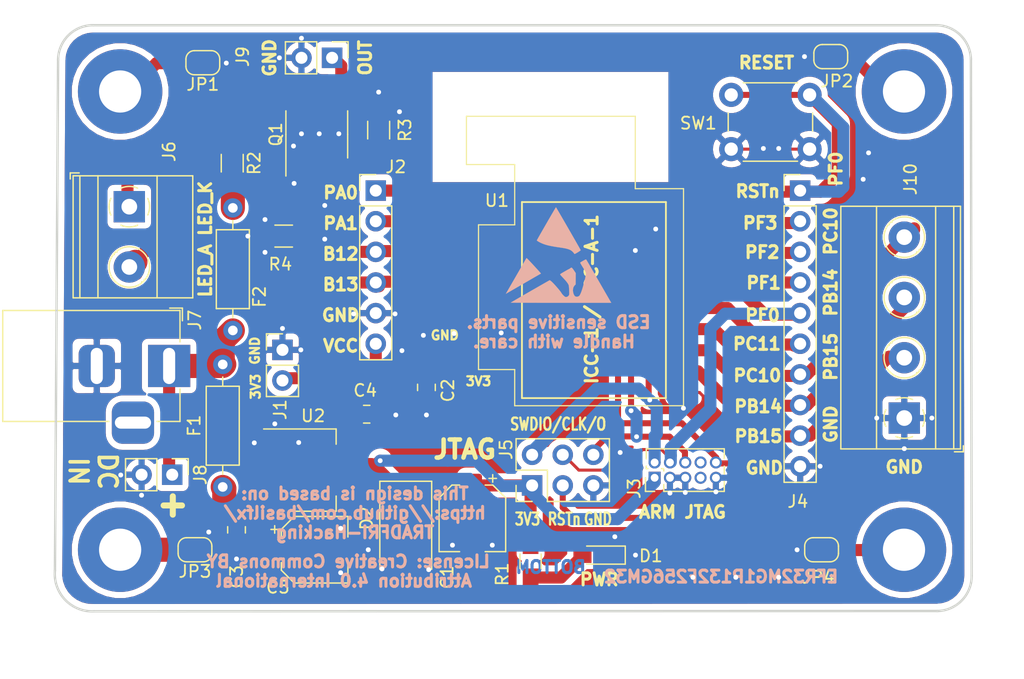
<source format=kicad_pcb>
(kicad_pcb (version 20171130) (host pcbnew 5.1.10-88a1d61d58~88~ubuntu20.10.1)
  (layers (0 F.Cu signal) (31 B.Cu signal) (34 B.Paste user) (35 F.Paste user) (36 B.SilkS user) (37 F.SilkS user) (38 B.Mask user) (39 F.Mask user) (44 Edge.Cuts user))
  (net 0 "")
  (net 1 GND)
  (net 2 +3V3)
  (net 3 "Net-(J2-Pad1)")
  (net 4 "Net-(J2-Pad2)")
  (net 5 "Net-(J2-Pad3)")
  (net 6 "Net-(J2-Pad4)")
  (net 7 /SWDIO)
  (net 8 /SWCLK)
  (net 9 /SWO)
  (net 10 /RESETn)
  (net 11 "Net-(J4-Pad2)")
  (net 12 "Net-(J4-Pad6)")
  (net 13 "Net-(J3-Pad7)")
  (net 14 "Net-(J3-Pad8)")
  (net 15 "Net-(H1-Pad1)")
  (net 16 "Net-(H2-Pad1)")
  (net 17 "Net-(H3-Pad1)")
  (net 18 "Net-(H4-Pad1)")
  (net 19 "Net-(C3-Pad1)")
  (net 20 "Net-(D1-Pad2)")
  (net 21 "Net-(F2-Pad1)")
  (net 22 "Net-(Q1-Pad6)")
  (net 23 "Net-(Q1-Pad3)")
  (net 24 LED_ANODE)
  (net 25 LED_CATHODE)
  (net 26 +12V)
  (net 27 "Net-(J9-Pad1)")
  (net 28 "Net-(J10-Pad2)")
  (net 29 "Net-(J10-Pad3)")
  (net 30 "Net-(J10-Pad4)")
  (module TerminalBlock_Phoenix:TerminalBlock_Phoenix_MKDS-1,5-4_1x04_P5.00mm_Horizontal (layer F.Cu) (at 188.976 121.412 90)
    (fp_text reference J10 (at 19.812 0.508 90) (layer F.SilkS))
    (fp_text value terminal)
    (pad 4 thru_hole circle (at 15 0 90) (size 2.6 2.6) (drill 1.3) (layers *.Cu *.Mask) (net 30 "Net-(J10-Pad4)"))
    (pad 3 thru_hole circle (at 10 0 90) (size 2.6 2.6) (drill 1.3) (layers *.Cu *.Mask) (net 29 "Net-(J10-Pad3)"))
    (pad 2 thru_hole circle (at 5 0 90) (size 2.6 2.6) (drill 1.3) (layers *.Cu *.Mask) (net 28 "Net-(J10-Pad2)"))
    (pad 1 thru_hole rect (at 0 0 90) (size 2.6 2.6) (drill 1.3) (layers *.Cu *.Mask) (net 1 GND))
  )
  (module Jumper:SolderJumper-2_P1.3mm_Open_RoundedPad1.0x1.5mm (layer F.Cu) (at 182.118 132.334)
    (fp_text reference JP4 (at -0.254 2.286) (layer F.SilkS))
    (fp_text value SolderJumper_2_Open)
    (pad 2 smd custom (at 0.65 0) (size 1 0.5) (layers F.Cu F.Mask) (net 18 "Net-(H4-Pad1)") (options (clearance outline) (anchor rect)) (primitives (gr_circle (center 0 0.25) (end 0.5 0.25) (width 0)) (gr_circle (center 0 -0.25) (end 0.5 -0.25) (width 0)) (gr_poly (pts (xy 0 -0.75) (xy -0.5 -0.75) (xy -0.5 0.75) (xy 0 0.75)) (width 0))))
    (pad 1 smd custom (at -0.65 0) (size 1 0.5) (layers F.Cu F.Mask) (net 1 GND) (options (clearance outline) (anchor rect)) (primitives (gr_circle (center 0 0.25) (end 0.5 0.25) (width 0)) (gr_circle (center 0 -0.25) (end 0.5 -0.25) (width 0)) (gr_poly (pts (xy 0 -0.75) (xy 0.5 -0.75) (xy 0.5 0.75) (xy 0 0.75)) (width 0))))
  )
  (module Jumper:SolderJumper-2_P1.3mm_Open_RoundedPad1.0x1.5mm (layer F.Cu) (at 130.16 132.334 180)
    (fp_text reference JP3 (at 0 -1.8) (layer F.SilkS))
    (fp_text value SolderJumper_2_Open)
    (pad 2 smd custom (at 0.65 0 180) (size 1 0.5) (layers F.Cu F.Mask) (net 17 "Net-(H3-Pad1)") (options (clearance outline) (anchor rect)) (primitives (gr_circle (center 0 0.25) (end 0.5 0.25) (width 0)) (gr_circle (center 0 -0.25) (end 0.5 -0.25) (width 0)) (gr_poly (pts (xy 0 -0.75) (xy -0.5 -0.75) (xy -0.5 0.75) (xy 0 0.75)) (width 0))))
    (pad 1 smd custom (at -0.65 0 180) (size 1 0.5) (layers F.Cu F.Mask) (net 1 GND) (options (clearance outline) (anchor rect)) (primitives (gr_circle (center 0 0.25) (end 0.5 0.25) (width 0)) (gr_circle (center 0 -0.25) (end 0.5 -0.25) (width 0)) (gr_poly (pts (xy 0 -0.75) (xy 0.5 -0.75) (xy 0.5 0.75) (xy 0 0.75)) (width 0))))
  )
  (module Jumper:SolderJumper-2_P1.3mm_Open_RoundedPad1.0x1.5mm (layer F.Cu) (at 182.88 91.44)
    (fp_text reference JP2 (at 0.508 2.032) (layer F.SilkS))
    (fp_text value SolderJumper_2_Open)
    (pad 2 smd custom (at 0.65 0) (size 1 0.5) (layers F.Cu F.Mask) (net 16 "Net-(H2-Pad1)") (options (clearance outline) (anchor rect)) (primitives (gr_circle (center 0 0.25) (end 0.5 0.25) (width 0)) (gr_circle (center 0 -0.25) (end 0.5 -0.25) (width 0)) (gr_poly (pts (xy 0 -0.75) (xy -0.5 -0.75) (xy -0.5 0.75) (xy 0 0.75)) (width 0))))
    (pad 1 smd custom (at -0.65 0) (size 1 0.5) (layers F.Cu F.Mask) (net 1 GND) (options (clearance outline) (anchor rect)) (primitives (gr_circle (center 0 0.25) (end 0.5 0.25) (width 0)) (gr_circle (center 0 -0.25) (end 0.5 -0.25) (width 0)) (gr_poly (pts (xy 0 -0.75) (xy 0.5 -0.75) (xy 0.5 0.75) (xy 0 0.75)) (width 0))))
  )
  (module Jumper:SolderJumper-2_P1.3mm_Open_RoundedPad1.0x1.5mm (layer F.Cu) (at 130.81 91.948 180)
    (fp_text reference JP1 (at 0 -1.8) (layer F.SilkS))
    (fp_text value SolderJumper_2_Open)
    (pad 2 smd custom (at 0.65 0 180) (size 1 0.5) (layers F.Cu F.Mask) (net 15 "Net-(H1-Pad1)") (options (clearance outline) (anchor rect)) (primitives (gr_circle (center 0 0.25) (end 0.5 0.25) (width 0)) (gr_circle (center 0 -0.25) (end 0.5 -0.25) (width 0)) (gr_poly (pts (xy 0 -0.75) (xy -0.5 -0.75) (xy -0.5 0.75) (xy 0 0.75)) (width 0))))
    (pad 1 smd custom (at -0.65 0 180) (size 1 0.5) (layers F.Cu F.Mask) (net 1 GND) (options (clearance outline) (anchor rect)) (primitives (gr_circle (center 0 0.25) (end 0.5 0.25) (width 0)) (gr_circle (center 0 -0.25) (end 0.5 -0.25) (width 0)) (gr_poly (pts (xy 0 -0.75) (xy 0.5 -0.75) (xy 0.5 0.75) (xy 0 0.75)) (width 0))))
  )
  (module Connector_PinHeader_2.54mm:PinHeader_1x02_P2.54mm_Vertical (layer F.Cu) (at 141.5288 91.5416 270)
    (fp_text reference J9 (at -0.1016 7.4168 90) (layer F.SilkS))
    (fp_text value DNP)
    (pad 2 thru_hole oval (at 0 2.54 270) (size 1.7 1.7) (drill 1) (layers *.Cu *.Mask) (net 1 GND))
    (pad 1 thru_hole rect (at 0 0 270) (size 1.7 1.7) (drill 1) (layers *.Cu *.Mask) (net 27 "Net-(J9-Pad1)"))
  )
  (module Resistor_SMD:R_1206_3216Metric_Pad1.30x1.75mm_HandSolder (layer F.Cu) (at 133.2484 100.2792 270)
    (fp_text reference R2 (at 0 -1.82 90) (layer F.SilkS))
    (fp_text value 330)
    (pad 2 smd roundrect (at 1.55 0 270) (size 1.3 1.75) (layers F.Cu F.Paste F.Mask) (roundrect_rratio 0.1923076923076923) (net 21 "Net-(F2-Pad1)"))
    (pad 1 smd roundrect (at -1.55 0 270) (size 1.3 1.75) (layers F.Cu F.Paste F.Mask) (roundrect_rratio 0.1923076923076923) (net 24 LED_ANODE))
  )
  (module Connector_PinHeader_2.54mm:PinHeader_1x02_P2.54mm_Vertical (layer F.Cu) (at 128.27 126.111 270)
    (fp_text reference J8 (at 0 -2.33 90) (layer F.SilkS))
    (fp_text value Power)
    (pad 2 thru_hole oval (at 0 2.54 270) (size 1.7 1.7) (drill 1) (layers *.Cu *.Mask) (net 1 GND))
    (pad 1 thru_hole rect (at 0 0 270) (size 1.7 1.7) (drill 1) (layers *.Cu *.Mask) (net 26 +12V))
  )
  (module Package_SO:SO-8_3.9x4.9mm_P1.27mm (layer F.Cu) (at 140.2588 97.8916 90)
    (fp_text reference Q1 (at 0 -3.4 90) (layer F.SilkS))
    (fp_text value IRF7101)
    (pad 8 smd roundrect (at 2.575 -1.905 90) (size 1.75 0.6) (layers F.Cu F.Paste F.Mask) (net 25 LED_CATHODE))
    (pad 7 smd roundrect (at 2.575 -0.635 90) (size 1.75 0.6) (layers F.Cu F.Paste F.Mask) (net 25 LED_CATHODE))
    (pad 6 smd roundrect (at 2.575 0.635 90) (size 1.75 0.6) (layers F.Cu F.Paste F.Mask) (net 22 "Net-(Q1-Pad6)"))
    (pad 5 smd roundrect (at 2.575 1.905 90) (size 1.75 0.6) (layers F.Cu F.Paste F.Mask) (net 27 "Net-(J9-Pad1)"))
    (pad 4 smd roundrect (at -2.575 1.905 90) (size 1.75 0.6) (layers F.Cu F.Paste F.Mask) (net 5 "Net-(J2-Pad3)"))
    (pad 3 smd roundrect (at -2.575 0.635 90) (size 1.75 0.6) (layers F.Cu F.Paste F.Mask) (net 23 "Net-(Q1-Pad3)"))
    (pad 2 smd roundrect (at -2.575 -0.635 90) (size 1.75 0.6) (layers F.Cu F.Paste F.Mask) (net 6 "Net-(J2-Pad4)"))
    (pad 1 smd roundrect (at -2.575 -1.905 90) (size 1.75 0.6) (layers F.Cu F.Paste F.Mask) (net 1 GND))
  )
  (module Resistor_SMD:R_1206_3216Metric_Pad1.30x1.75mm_HandSolder (layer F.Cu) (at 145.3896 97.536 90)
    (fp_text reference R3 (at 0 2.1844 90) (layer F.SilkS))
    (fp_text value 10k)
    (pad 2 smd roundrect (at 1.55 0 90) (size 1.3 1.75) (layers F.Cu F.Paste F.Mask) (roundrect_rratio 0.1923076923076923) (net 1 GND))
    (pad 1 smd roundrect (at -1.55 0 90) (size 1.3 1.75) (layers F.Cu F.Paste F.Mask) (roundrect_rratio 0.1923076923076923) (net 5 "Net-(J2-Pad3)"))
  )
  (module Resistor_SMD:R_1206_3216Metric_Pad1.30x1.75mm_HandSolder (layer F.Cu) (at 137.5156 106.3244)
    (fp_text reference R4 (at -0.2794 2.3368) (layer F.SilkS))
    (fp_text value 10k)
    (pad 2 smd roundrect (at 1.55 0) (size 1.3 1.75) (layers F.Cu F.Paste F.Mask) (roundrect_rratio 0.1923076923076923) (net 6 "Net-(J2-Pad4)"))
    (pad 1 smd roundrect (at -1.55 0) (size 1.3 1.75) (layers F.Cu F.Paste F.Mask) (roundrect_rratio 0.1923076923076923) (net 1 GND))
  )
  (module Resistor_THT:R_Axial_DIN0207_L6.3mm_D2.5mm_P10.16mm_Horizontal (layer F.Cu) (at 133.2992 103.9876 270)
    (fp_text reference F2 (at 7.366 -2.2098 90) (layer F.SilkS))
    (fp_text value Polyfuse_Small)
    (pad 2 thru_hole oval (at 10.16 0 270) (size 1.6 1.6) (drill 0.8) (layers *.Cu *.Mask) (net 26 +12V))
    (pad 1 thru_hole circle (at 0 0 270) (size 1.6 1.6) (drill 0.8) (layers *.Cu *.Mask) (net 21 "Net-(F2-Pad1)"))
  )
  (module Diode_SMD:D_SMB_Handsoldering (layer F.Cu) (at 147.6375 131.2545 270)
    (fp_text reference D2 (at -1.524 3.2385 90) (layer F.SilkS))
    (fp_text value 1.5KExxA)
    (pad 2 smd rect (at 2.7 0 270) (size 3.5 2.3) (layers F.Cu F.Paste F.Mask) (net 1 GND))
    (pad 1 smd rect (at -2.7 0 270) (size 3.5 2.3) (layers F.Cu F.Paste F.Mask) (net 2 +3V3))
  )
  (module Resistor_THT:R_Axial_DIN0207_L6.3mm_D2.5mm_P10.16mm_Horizontal (layer F.Cu) (at 132.461 127.127 90)
    (fp_text reference F1 (at 5.08 -2.37 90) (layer F.SilkS))
    (fp_text value Polyfuse_Small)
    (pad 2 thru_hole oval (at 10.16 0 90) (size 1.6 1.6) (drill 0.8) (layers *.Cu *.Mask) (net 26 +12V))
    (pad 1 thru_hole circle (at 0 0 90) (size 1.6 1.6) (drill 0.8) (layers *.Cu *.Mask) (net 19 "Net-(C3-Pad1)"))
  )
  (module Symbol:ESD-Logo_8.9x8mm_SilkScreen (layer B.Cu) (at 160.2994 107.8738 180)
    (fp_text reference REF** hide)
    (fp_text value ESD-Logo_8.9x8mm_SilkScreen hide)
  )
  (module Capacitor_SMD:CP_Elec_5x5.4 (layer F.Cu) (at 140.081 132.334)
    (fp_text reference C5 (at -3.048 3.1115) (layer F.SilkS))
    (fp_text value 100u)
    (pad 2 smd roundrect (at 2.2 0) (size 3 1.6) (layers F.Cu F.Paste F.Mask) (roundrect_rratio 0.15625) (net 1 GND))
    (pad 1 smd roundrect (at -2.2 0) (size 3 1.6) (layers F.Cu F.Paste F.Mask) (roundrect_rratio 0.15625) (net 19 "Net-(C3-Pad1)"))
  )
  (module Connector_BarrelJack:BarrelJack_Horizontal (layer F.Cu) (at 128.016 117.094)
    (fp_text reference J7 (at 2.12852 -3.80492 270) (layer F.SilkS))
    (fp_text value Jack-DC)
    (pad 3 thru_hole roundrect (at -3 4.7) (size 3.5 3.5) (drill oval 3 1) (layers *.Cu *.Mask))
    (pad 2 thru_hole roundrect (at -6 0) (size 3 3.5) (drill oval 1 3) (layers *.Cu *.Mask) (net 1 GND))
    (pad 1 thru_hole rect (at 0 0) (size 3.5 3.5) (drill oval 1 3) (layers *.Cu *.Mask) (net 26 +12V))
  )
  (module TerminalBlock_Phoenix:TerminalBlock_Phoenix_MKDS-1,5-2_1x02_P5.00mm_Horizontal (layer F.Cu) (at 124.714 103.886 270)
    (fp_text reference J6 (at -4.572 -3.302 90) (layer F.SilkS))
    (fp_text value Screw_Terminal_01x02)
    (pad 2 thru_hole circle (at 5 0 270) (size 2.6 2.6) (drill 1.3) (layers *.Cu *.Mask) (net 24 LED_ANODE))
    (pad 1 thru_hole rect (at 0 0 270) (size 2.6 2.6) (drill 1.3) (layers *.Cu *.Mask) (net 25 LED_CATHODE))
  )
  (module Package_TO_SOT_SMD:SOT-223-3_TabPin2 (layer F.Cu) (at 139.954 125.73)
    (fp_text reference U2 (at 0 -4.5) (layer F.SilkS))
    (fp_text value AMS1117-3.3)
    (pad 1 smd rect (at -3.15 -2.3) (size 2 1.5) (layers F.Cu F.Paste F.Mask) (net 1 GND))
    (pad 3 smd rect (at -3.15 2.3) (size 2 1.5) (layers F.Cu F.Paste F.Mask) (net 19 "Net-(C3-Pad1)"))
    (pad 2 smd rect (at -3.15 0) (size 2 1.5) (layers F.Cu F.Paste F.Mask) (net 2 +3V3))
    (pad 2 smd rect (at 3.15 0) (size 2 3.8) (layers F.Cu F.Paste F.Mask) (net 2 +3V3))
  )
  (module Capacitor_SMD:C_0805_2012Metric_Pad1.18x1.45mm_HandSolder (layer F.Cu) (at 144.399 121.0945)
    (fp_text reference C4 (at -0.127 -1.9685) (layer F.SilkS))
    (fp_text value 100n)
    (pad 2 smd roundrect (at 1.0375 0) (size 1.175 1.45) (layers F.Cu F.Paste F.Mask) (roundrect_rratio 0.2127659574468085) (net 1 GND))
    (pad 1 smd roundrect (at -1.0375 0) (size 1.175 1.45) (layers F.Cu F.Paste F.Mask) (roundrect_rratio 0.2127659574468085) (net 2 +3V3))
  )
  (module Capacitor_SMD:C_0805_2012Metric_Pad1.18x1.45mm_HandSolder (layer F.Cu) (at 133.604 130.683 270)
    (fp_text reference C3 (at 3.90144 -0.01016 90) (layer F.SilkS))
    (fp_text value 100n)
    (pad 2 smd roundrect (at 1.0375 0 270) (size 1.175 1.45) (layers F.Cu F.Paste F.Mask) (roundrect_rratio 0.2127659574468085) (net 1 GND))
    (pad 1 smd roundrect (at -1.0375 0 270) (size 1.175 1.45) (layers F.Cu F.Paste F.Mask) (roundrect_rratio 0.2127659574468085) (net 19 "Net-(C3-Pad1)"))
  )
  (module MountingHole:MountingHole_3.5mm_Pad_TopBottom (layer F.Cu) (at 188.952 132.334)
    (fp_text reference H4 hide)
    (fp_text value MountingHole_Pad)
    (pad 1 connect circle (at 0 0) (size 7 7) (layers B.Cu B.Mask) (net 18 "Net-(H4-Pad1)"))
    (pad 1 connect circle (at 0 0) (size 7 7) (layers F.Cu F.Mask) (net 18 "Net-(H4-Pad1)"))
    (pad 1 thru_hole circle (at 0 0) (size 3.9 3.9) (drill 3.5) (layers *.Cu *.Mask) (net 18 "Net-(H4-Pad1)"))
  )
  (module MountingHole:MountingHole_3.5mm_Pad_TopBottom (layer F.Cu) (at 123.952 132.334)
    (fp_text reference H3 hide)
    (fp_text value MountingHole_Pad)
    (pad 1 connect circle (at 0 0) (size 7 7) (layers B.Cu B.Mask) (net 17 "Net-(H3-Pad1)"))
    (pad 1 connect circle (at 0 0) (size 7 7) (layers F.Cu F.Mask) (net 17 "Net-(H3-Pad1)"))
    (pad 1 thru_hole circle (at 0 0) (size 3.9 3.9) (drill 3.5) (layers *.Cu *.Mask) (net 17 "Net-(H3-Pad1)"))
  )
  (module MountingHole:MountingHole_3.5mm_Pad_TopBottom (layer F.Cu) (at 188.952 94.334)
    (fp_text reference H2 hide)
    (fp_text value MountingHole_Pad)
    (pad 1 connect circle (at 0 0) (size 7 7) (layers B.Cu B.Mask) (net 16 "Net-(H2-Pad1)"))
    (pad 1 connect circle (at 0 0) (size 7 7) (layers F.Cu F.Mask) (net 16 "Net-(H2-Pad1)"))
    (pad 1 thru_hole circle (at 0 0) (size 3.9 3.9) (drill 3.5) (layers *.Cu *.Mask) (net 16 "Net-(H2-Pad1)"))
  )
  (module MountingHole:MountingHole_3.5mm_Pad_TopBottom (layer F.Cu) (at 123.952 94.334)
    (fp_text reference H1 hide)
    (fp_text value MountingHole_Pad)
    (pad 1 connect circle (at 0 0) (size 7 7) (layers B.Cu B.Mask) (net 15 "Net-(H1-Pad1)"))
    (pad 1 connect circle (at 0 0) (size 7 7) (layers F.Cu F.Mask) (net 15 "Net-(H1-Pad1)"))
    (pad 1 thru_hole circle (at 0 0) (size 3.9 3.9) (drill 3.5) (layers *.Cu *.Mask) (net 15 "Net-(H1-Pad1)"))
  )
  (module Capacitor_SMD:C_0805_2012Metric_Pad1.18x1.45mm_HandSolder (layer F.Cu) (at 149.352 118.872 270)
    (fp_text reference C2 (at 0.254 -1.778 90) (layer F.SilkS))
    (fp_text value C)
    (pad 2 smd roundrect (at 1.0375 0 270) (size 1.175 1.45) (layers F.Cu F.Paste F.Mask) (roundrect_rratio 0.2127659574468085) (net 1 GND))
    (pad 1 smd roundrect (at -1.0375 0 270) (size 1.175 1.45) (layers F.Cu F.Paste F.Mask) (roundrect_rratio 0.2127659574468085) (net 2 +3V3))
  )
  (module Capacitor_SMD:CP_Elec_5x5.4 (layer F.Cu) (at 153.162 129.7305 270)
    (fp_text reference C1 (at 4.8895 2.0955 90) (layer F.SilkS))
    (fp_text value CP)
    (pad 2 smd roundrect (at 2.2 0 270) (size 3 1.6) (layers F.Cu F.Paste F.Mask) (roundrect_rratio 0.15625) (net 1 GND))
    (pad 1 smd roundrect (at -2.2 0 270) (size 3 1.6) (layers F.Cu F.Paste F.Mask) (roundrect_rratio 0.15625) (net 2 +3V3))
  )
  (module LEDs:LED_0805_HandSoldering (layer F.Cu) (at 163.6395 132.7785 180)
    (fp_text reference D1 (at -4.318 -0.0635) (layer F.SilkS))
    (fp_text value LED)
    (pad 1 smd rect (at -1.35 0 180) (size 1.5 1.3) (layers F.Cu F.Paste F.Mask) (net 1 GND))
    (pad 2 smd rect (at 1.35 0 180) (size 1.5 1.3) (layers F.Cu F.Paste F.Mask) (net 20 "Net-(D1-Pad2)"))
  )
  (module Pin_Headers:Pin_Header_Straight_1x02_Pitch2.54mm (layer F.Cu) (at 137.414 115.7605)
    (fp_text reference J1 (at -0.1905 4.953 90) (layer F.SilkS))
    (fp_text value Power)
    (pad 1 thru_hole rect (at 0 0) (size 1.7 1.7) (drill 1) (layers *.Cu *.Mask) (net 1 GND))
    (pad 2 thru_hole oval (at 0 2.54) (size 1.7 1.7) (drill 1) (layers *.Cu *.Mask) (net 2 +3V3))
  )
  (module Pin_Headers:Pin_Header_Straight_1x06_Pitch2.54mm (layer F.Cu) (at 145.1495 102.5525)
    (fp_text reference J2 (at 1.6625 -1.9685) (layer F.SilkS))
    (fp_text value Left)
    (pad 1 thru_hole rect (at 0 0) (size 1.7 1.7) (drill 1) (layers *.Cu *.Mask) (net 3 "Net-(J2-Pad1)"))
    (pad 2 thru_hole oval (at 0 2.54) (size 1.7 1.7) (drill 1) (layers *.Cu *.Mask) (net 4 "Net-(J2-Pad2)"))
    (pad 3 thru_hole oval (at 0 5.08) (size 1.7 1.7) (drill 1) (layers *.Cu *.Mask) (net 5 "Net-(J2-Pad3)"))
    (pad 4 thru_hole oval (at 0 7.62) (size 1.7 1.7) (drill 1) (layers *.Cu *.Mask) (net 6 "Net-(J2-Pad4)"))
    (pad 5 thru_hole oval (at 0 10.16) (size 1.7 1.7) (drill 1) (layers *.Cu *.Mask) (net 1 GND))
    (pad 6 thru_hole oval (at 0 12.7) (size 1.7 1.7) (drill 1) (layers *.Cu *.Mask) (net 2 +3V3))
  )
  (module Pin_Headers:Pin_Header_Straight_1x10_Pitch2.54mm (layer F.Cu) (at 180.34 102.5525)
    (fp_text reference J4 (at -0.1905 25.781) (layer F.SilkS))
    (fp_text value Right)
    (pad 1 thru_hole rect (at 0 0) (size 1.7 1.7) (drill 1) (layers *.Cu *.Mask) (net 10 /RESETn))
    (pad 2 thru_hole oval (at 0 2.54) (size 1.7 1.7) (drill 1) (layers *.Cu *.Mask) (net 11 "Net-(J4-Pad2)"))
    (pad 3 thru_hole oval (at 0 5.08) (size 1.7 1.7) (drill 1) (layers *.Cu *.Mask) (net 9 /SWO))
    (pad 4 thru_hole oval (at 0 7.62) (size 1.7 1.7) (drill 1) (layers *.Cu *.Mask) (net 7 /SWDIO))
    (pad 5 thru_hole oval (at 0 10.16) (size 1.7 1.7) (drill 1) (layers *.Cu *.Mask) (net 8 /SWCLK))
    (pad 6 thru_hole oval (at 0 12.7) (size 1.7 1.7) (drill 1) (layers *.Cu *.Mask) (net 12 "Net-(J4-Pad6)"))
    (pad 7 thru_hole oval (at 0 15.24) (size 1.7 1.7) (drill 1) (layers *.Cu *.Mask) (net 30 "Net-(J10-Pad4)"))
    (pad 8 thru_hole oval (at 0 17.78) (size 1.7 1.7) (drill 1) (layers *.Cu *.Mask) (net 29 "Net-(J10-Pad3)"))
    (pad 9 thru_hole oval (at 0 20.32) (size 1.7 1.7) (drill 1) (layers *.Cu *.Mask) (net 28 "Net-(J10-Pad2)"))
    (pad 10 thru_hole oval (at 0 22.86) (size 1.7 1.7) (drill 1) (layers *.Cu *.Mask) (net 1 GND))
  )
  (module Resistors_SMD:R_0805_HandSoldering (layer F.Cu) (at 157.988 133.2865 90)
    (fp_text reference R1 (at -1.0795 -2.3495 90) (layer F.SilkS))
    (fp_text value R)
    (pad 1 smd rect (at -1.35 0 90) (size 1.5 1.3) (layers F.Cu F.Paste F.Mask) (net 20 "Net-(D1-Pad2)"))
    (pad 2 smd rect (at 1.35 0 90) (size 1.5 1.3) (layers F.Cu F.Paste F.Mask) (net 2 +3V3))
  )
  (module Buttons_Switches_THT:SW_PUSH_6mm (layer F.Cu) (at 174.625 94.615)
    (fp_text reference SW1 (at -2.7305 2.3495) (layer F.SilkS))
    (fp_text value RESET)
    (pad 2 thru_hole circle (at 0 4.5 90) (size 2 2) (drill 1.1) (layers *.Cu *.Mask) (net 1 GND))
    (pad 1 thru_hole circle (at 0 0 90) (size 2 2) (drill 1.1) (layers *.Cu *.Mask) (net 10 /RESETn))
    (pad 2 thru_hole circle (at 6.5 4.5 90) (size 2 2) (drill 1.1) (layers *.Cu *.Mask) (net 1 GND))
    (pad 1 thru_hole circle (at 6.5 0 90) (size 2 2) (drill 1.1) (layers *.Cu *.Mask) (net 10 /RESETn))
  )
  (module Pin_Headers:Pin_Header_Straight_2x05_Pitch1.27mm (layer F.Cu) (at 168.275 126.365 90)
    (fp_text reference J3 (at -0.889 -1.695 90) (layer F.SilkS))
    (fp_text value ARM-JTAG)
    (pad 1 thru_hole rect (at 0 0 90) (size 1 1) (drill 0.65) (layers *.Cu *.Mask) (net 2 +3V3))
    (pad 2 thru_hole oval (at 1.27 0 90) (size 1 1) (drill 0.65) (layers *.Cu *.Mask) (net 7 /SWDIO))
    (pad 3 thru_hole oval (at 0 1.27 90) (size 1 1) (drill 0.65) (layers *.Cu *.Mask) (net 1 GND))
    (pad 4 thru_hole oval (at 1.27 1.27 90) (size 1 1) (drill 0.65) (layers *.Cu *.Mask) (net 8 /SWCLK))
    (pad 5 thru_hole oval (at 0 2.54 90) (size 1 1) (drill 0.65) (layers *.Cu *.Mask) (net 1 GND))
    (pad 6 thru_hole oval (at 1.27 2.54 90) (size 1 1) (drill 0.65) (layers *.Cu *.Mask) (net 9 /SWO))
    (pad 7 thru_hole oval (at 0 3.81 90) (size 1 1) (drill 0.65) (layers *.Cu *.Mask) (net 13 "Net-(J3-Pad7)"))
    (pad 8 thru_hole oval (at 1.27 3.81 90) (size 1 1) (drill 0.65) (layers *.Cu *.Mask) (net 14 "Net-(J3-Pad8)"))
    (pad 9 thru_hole oval (at 0 5.08 90) (size 1 1) (drill 0.65) (layers *.Cu *.Mask) (net 1 GND))
    (pad 10 thru_hole oval (at 1.27 5.08 90) (size 1 1) (drill 0.65) (layers *.Cu *.Mask) (net 10 /RESETn))
  )
  (module Pin_Headers:Pin_Header_Straight_2x03_Pitch2.54mm (layer F.Cu) (at 158.115 127 90)
    (fp_text reference J5 (at 2.9845 -2.159 90) (layer F.SilkS))
    (fp_text value JTAG)
    (pad 1 thru_hole rect (at 0 0 90) (size 1.7 1.7) (drill 1) (layers *.Cu *.Mask) (net 2 +3V3))
    (pad 2 thru_hole oval (at 2.54 0 90) (size 1.7 1.7) (drill 1) (layers *.Cu *.Mask) (net 7 /SWDIO))
    (pad 3 thru_hole oval (at 0 2.54 90) (size 1.7 1.7) (drill 1) (layers *.Cu *.Mask) (net 10 /RESETn))
    (pad 4 thru_hole oval (at 2.54 2.54 90) (size 1.7 1.7) (drill 1) (layers *.Cu *.Mask) (net 8 /SWCLK))
    (pad 5 thru_hole oval (at 0 5.08 90) (size 1.7 1.7) (drill 1) (layers *.Cu *.Mask) (net 1 GND))
    (pad 6 thru_hole oval (at 2.54 5.08 90) (size 1.7 1.7) (drill 1) (layers *.Cu *.Mask) (net 9 /SWO))
  )
  (module IKEA:TRADFRI_PCB2.0 (layer F.Cu) (at 166.67 96.391)
    (fp_text reference U1 (at -11.476 6.987) (layer F.SilkS))
    (fp_text value TRADFRI)
    (pad 1 smd rect (at -13 10) (size 2 1) (layers F.Cu F.Paste F.Mask) (net 3 "Net-(J2-Pad1)"))
    (pad 2 smd rect (at -13 11.95) (size 2 1) (layers F.Cu F.Paste F.Mask) (net 4 "Net-(J2-Pad2)"))
    (pad 3 smd rect (at -13 13.95) (size 2 1) (layers F.Cu F.Paste F.Mask) (net 5 "Net-(J2-Pad3)"))
    (pad 4 smd rect (at -13 16.004) (size 2 1) (layers F.Cu F.Paste F.Mask) (net 6 "Net-(J2-Pad4)"))
    (pad 5 smd rect (at -13 18) (size 2 1) (layers F.Cu F.Paste F.Mask) (net 1 GND))
    (pad 6 smd rect (at -13 20) (size 2 1) (layers F.Cu F.Paste F.Mask) (net 2 +3V3))
    (pad 7 smd rect (at 4 22.9) (size 2 1) (layers F.Cu F.Paste F.Mask) (net 1 GND))
    (pad 8 smd rect (at 4 21.15) (size 2 1) (layers F.Cu F.Paste F.Mask) (net 28 "Net-(J10-Pad2)"))
    (pad 9 smd rect (at 4 19.4) (size 2 1) (layers F.Cu F.Paste F.Mask) (net 29 "Net-(J10-Pad3)"))
    (pad 10 smd rect (at 4 17.65) (size 2 1) (layers F.Cu F.Paste F.Mask) (net 30 "Net-(J10-Pad4)"))
    (pad 11 smd rect (at 4 15.9) (size 2 1) (layers F.Cu F.Paste F.Mask) (net 12 "Net-(J4-Pad6)"))
    (pad 12 smd rect (at 4 14.1) (size 2 1) (layers F.Cu F.Paste F.Mask) (net 8 /SWCLK))
    (pad 13 smd rect (at 4 12.35) (size 2 1) (layers F.Cu F.Paste F.Mask) (net 7 /SWDIO))
    (pad 14 smd rect (at 4 10.6) (size 2 1) (layers F.Cu F.Paste F.Mask) (net 9 /SWO))
    (pad 15 smd rect (at 4 8.85) (size 2 1) (layers F.Cu F.Paste F.Mask) (net 11 "Net-(J4-Pad2)"))
    (pad 16 smd rect (at 4 7.1) (size 2 1) (layers F.Cu F.Paste F.Mask) (net 10 /RESETn))
  )
  (gr_text GND (at 188.976 125.476) (layer F.SilkS) (effects (font (size 1 1) (thickness 0.25))))
  (gr_text "ESD sensitive parts. \nHandle with care." (at 159.9311 114.2746) (layer B.SilkS) (effects (font (size 1 1) (thickness 0.25)) (justify mirror)))
  (gr_text "LIcense: Creative Commons BY \nAttribution 4.0 International" (at 142.494 134.112) (layer B.SilkS) (effects (font (size 1 1) (thickness 0.25)) (justify mirror)))
  (gr_text GND (at 150.876 114.554) (layer F.SilkS) (effects (font (size 0.75 0.75) (thickness 0.1875))))
  (gr_text 3V3 (at 153.67 118.364) (layer F.SilkS) (effects (font (size 0.75 0.75) (thickness 0.1875))))
  (gr_text GND (at 135.128 115.824 90) (layer F.SilkS) (effects (font (size 0.75 0.75) (thickness 0.1875))))
  (gr_text TOP (at 172.83176 91.46032) (layer F.Cu) (effects (font (size 1 1) (thickness 0.25))))
  (gr_text BOTTOM (at 159.65932 133.77672) (layer B.Cu) (effects (font (size 1 1) (thickness 0.25)) (justify mirror)))
  (gr_text PF0 (at 183.30164 100.75672 90) (layer F.SilkS) (effects (font (size 1 1) (thickness 0.25))))
  (gr_text PC10 (at 182.88 105.918 90) (layer F.SilkS) (effects (font (size 1 1) (thickness 0.25))))
  (gr_text PB14 (at 182.88 110.998 90) (layer F.SilkS) (effects (font (size 1 1) (thickness 0.25))))
  (gr_text PB15 (at 182.88 116.332 90) (layer F.SilkS) (effects (font (size 1 1) (thickness 0.25))))
  (gr_text GND (at 182.88 121.92 90) (layer F.SilkS) (effects (font (size 1 1) (thickness 0.25))))
  (gr_text "DC\nIN" (at 121.6914 125.82652 -90) (layer F.SilkS) (effects (font (size 1.5 1.5) (thickness 0.3))))
  (gr_text EFR32MG1P132F256GM32 (at 173.7741 134.5692) (layer B.SilkS) (effects (font (size 1 1) (thickness 0.25)) (justify mirror)))
  (gr_text "ICC-1 / ICC-A-1" (at 163.0553 111.5568 90) (layer F.SilkS) (effects (font (size 1 1) (thickness 0.25))))
  (gr_text OUT (at 144.272 91.5416 90) (layer F.SilkS) (effects (font (size 1 1) (thickness 0.25))))
  (gr_text GND (at 136.3472 91.5416 90) (layer F.SilkS) (effects (font (size 1 1) (thickness 0.25))))
  (gr_text "LED_A LED_K" (at 131.0132 106.5784 90) (layer F.SilkS) (effects (font (size 1 1) (thickness 0.25))))
  (gr_text + (at 128.3208 128.524) (layer F.SilkS) (effects (font (size 2 2) (thickness 0.5))))
  (gr_text 3V3 (at 135.1915 118.8085 90) (layer F.SilkS) (effects (font (size 0.75 0.75) (thickness 0.1875))))
  (gr_text PWR (at 163.6776 134.7978) (layer F.SilkS) (effects (font (size 1 1) (thickness 0.25))))
  (gr_text GND (at 177.37328 125.54712) (layer F.SilkS) (effects (font (size 1 1) (thickness 0.25))))
  (gr_text PB15 (at 176.8856 122.92584) (layer F.SilkS) (effects (font (size 1 1) (thickness 0.25))))
  (gr_text PB14 (at 176.86528 120.45188) (layer F.SilkS) (effects (font (size 1 1) (thickness 0.25))))
  (gr_text PC10 (at 176.79416 117.89156) (layer F.SilkS) (effects (font (size 1 1) (thickness 0.25))))
  (gr_text PC11 (at 176.7586 115.2652) (layer F.SilkS) (effects (font (size 1 1) (thickness 0.25))))
  (gr_text PF0 (at 177.22596 112.89792) (layer F.SilkS) (effects (font (size 1 1) (thickness 0.25))))
  (gr_text PF1 (at 177.3174 110.2106) (layer F.SilkS) (effects (font (size 1 1) (thickness 0.25))))
  (gr_text PF2 (at 177.19548 107.66552) (layer F.SilkS) (effects (font (size 1 1) (thickness 0.25))))
  (gr_text PF3 (at 177.03292 105.24744) (layer F.SilkS) (effects (font (size 1 1) (thickness 0.25))))
  (gr_text RSTn (at 176.82464 102.61092) (layer F.SilkS) (effects (font (size 1 1) (thickness 0.25))))
  (gr_text PA0 (at 142.24254 102.7303) (layer F.SilkS) (effects (font (size 1 1) (thickness 0.25))))
  (gr_text PA1 (at 142.24254 105.2703) (layer F.SilkS) (effects (font (size 1 1) (thickness 0.25))))
  (gr_text B12 (at 142.24254 107.8103) (layer F.SilkS) (effects (font (size 1 1) (thickness 0.25))))
  (gr_text B13 (at 142.24254 110.3503) (layer F.SilkS) (effects (font (size 1 1) (thickness 0.25))))
  (gr_text GND (at 142.24254 112.8903) (layer F.SilkS) (effects (font (size 1 1) (thickness 0.25))))
  (gr_text VCC (at 142.24254 115.4303) (layer F.SilkS) (effects (font (size 1 1) (thickness 0.25))))
  (gr_text RESET (at 177.546 91.948) (layer F.SilkS) (effects (font (size 1 1) (thickness 0.25))))
  (gr_text GND (at 163.576 129.794) (layer F.SilkS) (effects (font (size 1 0.75) (thickness 0.1875))))
  (gr_text RSTn (at 160.782 129.794) (layer F.SilkS) (effects (font (size 1 0.75) (thickness 0.1875))))
  (gr_text 3V3 (at 157.734 129.794) (layer F.SilkS) (effects (font (size 1 0.75) (thickness 0.1875))))
  (gr_text SWDIO/CLK/O (at 160.274 121.92) (layer F.SilkS) (effects (font (size 1 0.75) (thickness 0.1875))))
  (gr_text JTAG (at 152.527 124.0155) (layer F.SilkS) (effects (font (size 1.5 1.5) (thickness 0.375))))
  (gr_text "ARM JTAG" (at 170.5864 129.2098) (layer F.SilkS) (effects (font (size 1 1) (thickness 0.25))))
  (gr_arc (start 191.668229 134.5184) (end 191.718004 137.414) (angle -89.77810716) (layer Edge.Cuts) (width 0.2))
  (gr_arc (start 191.607095 91.732275) (end 191.65687 88.837516) (angle 87) (layer Edge.Cuts) (width 0.2))
  (gr_arc (start 121.704092 91.732091) (end 118.808492 91.707716) (angle 90.02044022) (layer Edge.Cuts) (width 0.2))
  (gr_arc (start 121.63447 134.342086) (end 118.54687 134.062686) (angle -97.98647094) (layer Edge.Cuts) (width 0.2))
  (gr_text "This design is based on:\nhttps://github.com/basilfx/\nTRADFRI-Hacking" (at 143.41348 129.286) (layer B.SilkS) (effects (font (size 1 1) (thickness 0.25)) (justify mirror)))
  (gr_line (start 191.65687 88.837516) (end 121.7295 88.8365) (layer Edge.Cuts) (width 0.2))
  (gr_line (start 194.564 134.479839) (end 194.500492 91.630482) (layer Edge.Cuts) (width 0.2))
  (gr_line (start 121.786769 137.438559) (end 191.718004 137.414) (layer Edge.Cuts) (width 0.2))
  (gr_line (start 118.808492 91.707716) (end 118.54687 134.062686) (layer Edge.Cuts) (width 0.2))
  (segment (start 148.59 114.32) (end 149.5403 114.32) (width 0.25) (layer F.Cu) (net 1))
  (segment (start 164.3703 127) (end 164.5606 127.1903) (width 0.25) (layer F.Cu) (net 1))
  (segment (start 163.195 127) (end 164.3703 127) (width 0.25) (layer F.Cu) (net 1))
  (segment (start 169.545 126.365) (end 169.545 127.1903) (width 0.25) (layer F.Cu) (net 1))
  (segment (start 170.815 126.365) (end 169.545 126.365) (width 0.25) (layer F.Cu) (net 1))
  (segment (start 142.3347 122.1094) (end 143.51 123.2847) (width 0.25) (layer B.Cu) (net 1))
  (segment (start 142.3347 117.5533) (end 142.3347 122.1094) (width 0.25) (layer B.Cu) (net 1))
  (segment (start 143.1427 116.7453) (end 142.3347 117.5533) (width 0.25) (layer B.Cu) (net 1))
  (segment (start 143.51 116.7453) (end 143.1427 116.7453) (width 0.25) (layer B.Cu) (net 1))
  (segment (start 143.51 115.57) (end 143.51 116.7453) (width 0.25) (layer B.Cu) (net 1))
  (segment (start 143.51 124.46) (end 143.51 123.2847) (width 0.25) (layer B.Cu) (net 1))
  (segment (start 181.125 99.115) (end 174.625 99.115) (width 0.25) (layer F.Cu) (net 1))
  (segment (start 149.6113 114.391) (end 153.67 114.391) (width 0.25) (layer F.Cu) (net 1))
  (segment (start 149.5403 114.32) (end 149.6113 114.391) (width 0.25) (layer F.Cu) (net 1))
  (segment (start 170.0074 119.291) (end 169.3447 119.291) (width 0.25) (layer F.Cu) (net 1))
  (segment (start 171.8146 101.9254) (end 170.2714 101.9254) (width 0.25) (layer F.Cu) (net 1))
  (segment (start 174.625 99.115) (end 171.8146 101.9254) (width 0.25) (layer F.Cu) (net 1))
  (segment (start 170.67 119.291) (end 170.0074 119.291) (width 0.25) (layer F.Cu) (net 1))
  (via (at 151.638 114.4016) (size 0.6) (drill 0.4) (layers F.Cu B.Cu) (net 1))
  (via (at 149.352 121.158) (size 0.6) (drill 0.4) (layers F.Cu B.Cu) (net 1))
  (via (at 155.5496 114.3508) (size 0.6) (drill 0.4) (layers F.Cu B.Cu) (net 1))
  (via (at 177.292 99.06) (size 0.6) (drill 0.4) (layers F.Cu B.Cu) (net 1))
  (via (at 178.562 99.06) (size 0.6) (drill 0.4) (layers F.Cu B.Cu) (net 1))
  (via (at 133.604 133.096) (size 0.6) (drill 0.4) (layers F.Cu B.Cu) (net 1))
  (via (at 142.24 130.556) (size 0.6) (drill 0.4) (layers F.Cu B.Cu) (net 1))
  (via (at 181.99608 125.40996) (size 0.6) (drill 0.4) (layers F.Cu B.Cu) (net 1))
  (via (at 135.0772 123.4694) (size 0.6) (drill 0.4) (layers F.Cu B.Cu) (net 1))
  (via (at 138.7602 123.444) (size 0.6) (drill 0.4) (layers F.Cu B.Cu) (net 1))
  (via (at 136.779 121.8946) (size 0.6) (drill 0.4) (layers F.Cu B.Cu) (net 1))
  (via (at 168.3639 105.7402) (size 0.6) (drill 0.4) (layers F.Cu B.Cu) (net 1))
  (via (at 170.6626 120.5992) (size 0.6) (drill 0.4) (layers F.Cu B.Cu) (net 1))
  (segment (start 171.9953 119.291) (end 174.4472 121.7429) (width 0.25) (layer F.Cu) (net 1))
  (segment (start 170.67 119.291) (end 171.9953 119.291) (width 0.25) (layer F.Cu) (net 1))
  (via (at 169.545 127.635) (size 0.6) (drill 0.4) (layers F.Cu B.Cu) (net 1))
  (via (at 170.815 127.5842) (size 0.6) (drill 0.4) (layers F.Cu B.Cu) (net 1))
  (via (at 173.355 127.5334) (size 0.6) (drill 0.4) (layers F.Cu B.Cu) (net 1))
  (via (at 166.6748 107.5182) (size 0.6) (drill 0.4) (layers F.Cu B.Cu) (net 1))
  (via (at 146.7485 112.776) (size 0.6) (drill 0.4) (layers F.Cu B.Cu) (net 1))
  (via (at 137.414 113.9825) (size 0.6) (drill 0.4) (layers F.Cu B.Cu) (net 1))
  (via (at 138.938 115.7605) (size 0.6) (drill 0.4) (layers F.Cu B.Cu) (net 1))
  (via (at 142.24 134.239) (size 0.6) (drill 0.4) (layers F.Cu B.Cu) (net 1))
  (segment (start 142.24 130.556) (end 142.24 134.239) (width 2) (layer F.Cu) (net 1))
  (via (at 149.5425 133.985) (size 0.6) (drill 0.4) (layers F.Cu B.Cu) (net 1))
  (via (at 145.669 133.9215) (size 0.6) (drill 0.4) (layers F.Cu B.Cu) (net 1))
  (via (at 144.526 132.334) (size 0.6) (drill 0.4) (layers F.Cu B.Cu) (net 1))
  (via (at 154.813 131.953) (size 0.6) (drill 0.4) (layers F.Cu B.Cu) (net 1))
  (via (at 151.511 131.953) (size 0.6) (drill 0.4) (layers F.Cu B.Cu) (net 1))
  (via (at 125.73 127.8128) (size 0.6) (drill 0.4) (layers F.Cu B.Cu) (net 1))
  (via (at 166.6875 132.7785) (size 0.6) (drill 0.4) (layers F.Cu B.Cu) (net 1))
  (via (at 164.973 131.2545) (size 0.6) (drill 0.4) (layers F.Cu B.Cu) (net 1))
  (via (at 146.812 121.158) (size 0.6) (drill 0.4) (layers F.Cu B.Cu) (net 1))
  (via (at 165.4175 124.2695) (size 0.6) (drill 0.4) (layers F.Cu B.Cu) (net 1))
  (segment (start 145.5293 112.776) (end 145.288 113.0173) (width 1) (layer F.Cu) (net 1))
  (via (at 143.3195 112.776) (size 0.6) (drill 0.4) (layers F.Cu B.Cu) (net 1))
  (via (at 124.0028 126.1364) (size 0.6) (drill 0.4) (layers F.Cu B.Cu) (net 1))
  (via (at 138.9888 89.916) (size 0.6) (drill 0.4) (layers F.Cu B.Cu) (net 1))
  (via (at 137.16 91.5416) (size 0.6) (drill 0.4) (layers F.Cu B.Cu) (net 1))
  (via (at 138.3284 98.8568) (size 0.6) (drill 0.4) (layers F.Cu B.Cu) (net 1))
  (via (at 138.3792 101.9556) (size 0.6) (drill 0.4) (layers F.Cu B.Cu) (net 1))
  (via (at 140.462 97.8408) (size 0.6) (drill 0.4) (layers F.Cu B.Cu) (net 1))
  (via (at 142.0876 97.8408) (size 0.6) (drill 0.4) (layers F.Cu B.Cu) (net 1))
  (via (at 140.9192 103.7844) (size 0.6) (drill 0.4) (layers F.Cu B.Cu) (net 1))
  (via (at 140.9192 106.5784) (size 0.6) (drill 0.4) (layers F.Cu B.Cu) (net 1))
  (via (at 135.9662 104.9528) (size 0.6) (drill 0.4) (layers F.Cu B.Cu) (net 1))
  (via (at 145.3896 94.3864) (size 0.6) (drill 0.4) (layers F.Cu B.Cu) (net 1))
  (via (at 138.9888 97.8408) (size 0.6) (drill 0.4) (layers F.Cu B.Cu) (net 1))
  (via (at 147.1168 96.012) (size 0.6) (drill 0.4) (layers F.Cu B.Cu) (net 1))
  (segment (start 145.3896 95.986) (end 145.3896 94.3864) (width 1) (layer F.Cu) (net 1))
  (segment (start 147.0908 95.986) (end 147.1168 96.012) (width 1) (layer F.Cu) (net 1))
  (segment (start 145.3896 95.986) (end 147.0908 95.986) (width 1) (layer F.Cu) (net 1))
  (via (at 135.9662 107.6706) (size 0.6) (drill 0.4) (layers F.Cu B.Cu) (net 1))
  (via (at 134.5438 106.3244) (size 0.6) (drill 0.4) (layers F.Cu B.Cu) (net 1))
  (segment (start 134.5946 106.3752) (end 134.5438 106.3244) (width 1) (layer F.Cu) (net 1))
  (segment (start 135.9662 106.3752) (end 134.5946 106.3752) (width 1) (layer F.Cu) (net 1))
  (segment (start 135.9662 104.9528) (end 135.9662 106.3752) (width 1) (layer F.Cu) (net 1))
  (via (at 131.30276 130.86588) (size 0.6) (drill 0.4) (layers F.Cu B.Cu) (net 1))
  (via (at 180.70068 91.44) (size 0.6) (drill 0.4) (layers F.Cu B.Cu) (net 1))
  (via (at 132.75564 91.97848) (size 0.6) (drill 0.4) (layers F.Cu B.Cu) (net 1))
  (via (at 180.086 132.33908) (size 0.6) (drill 0.4) (layers F.Cu B.Cu) (net 1))
  (segment (start 180.10632 132.3594) (end 180.086 132.33908) (width 1) (layer F.Cu) (net 1))
  (segment (start 181.372 132.3594) (end 180.10632 132.3594) (width 1) (layer F.Cu) (net 1))
  (segment (start 131.30276 130.86588) (end 131.30276 132.29844) (width 1) (layer F.Cu) (net 1))
  (via (at 188.976 123.952) (size 0.6) (drill 0.4) (layers F.Cu B.Cu) (net 1))
  (via (at 186.69 121.412) (size 0.6) (drill 0.4) (layers F.Cu B.Cu) (net 1))
  (segment (start 192.37452 125.74524) (end 189.80912 125.74524) (width 1) (layer F.Cu) (net 1))
  (segment (start 189.80912 125.74524) (end 189.78372 125.77064) (width 1) (layer F.Cu) (net 1))
  (segment (start 189.78372 125.77064) (end 187.09132 125.77064) (width 1) (layer F.Cu) (net 1))
  (via (at 191.262 121.412) (size 0.6) (drill 0.4) (layers F.Cu B.Cu) (net 1))
  (via (at 186.01436 99.42068) (size 0.6) (drill 0.4) (layers F.Cu B.Cu) (net 1))
  (via (at 185.56732 101.61524) (size 0.6) (drill 0.4) (layers F.Cu B.Cu) (net 1))
  (via (at 171.45 134.62) (size 0.6) (drill 0.4) (layers F.Cu B.Cu) (net 1))
  (via (at 175.006 134.62) (size 0.6) (drill 0.4) (layers F.Cu B.Cu) (net 1))
  (via (at 178.562 134.62) (size 0.6) (drill 0.4) (layers F.Cu B.Cu) (net 1))
  (segment (start 180.70068 91.44) (end 181.864 91.44) (width 1) (layer F.Cu) (net 1))
  (via (at 149.098 114.554) (size 0.6) (drill 0.4) (layers F.Cu B.Cu) (net 1))
  (via (at 147.32 115.824) (size 0.6) (drill 0.4) (layers F.Cu B.Cu) (net 1))
  (segment (start 155.702 114.391) (end 153.67 114.391) (width 0.25) (layer F.Cu) (net 1))
  (segment (start 155.702 112.2763) (end 155.702 114.391) (width 0.25) (layer F.Cu) (net 1))
  (segment (start 153.67 116.391) (end 152.3447 116.391) (width 0.25) (layer F.Cu) (net 2))
  (segment (start 158.115 127) (end 156.9397 127) (width 0.25) (layer F.Cu) (net 2))
  (segment (start 151.765 127) (end 158.242 127) (width 0.5) (layer F.Cu) (net 2))
  (segment (start 168.402 126.492) (end 168.402 126.238) (width 0.5) (layer B.Cu) (net 2))
  (segment (start 160.274 129.794) (end 165.1 129.794) (width 0.5) (layer B.Cu) (net 2))
  (segment (start 165.1 129.794) (end 168.402 126.492) (width 0.5) (layer B.Cu) (net 2))
  (segment (start 136.804 125.73) (end 143.129 125.73) (width 1) (layer F.Cu) (net 2))
  (segment (start 143.129 125.73) (end 143.1925 125.6665) (width 1) (layer F.Cu) (net 2))
  (segment (start 143.1925 125.6665) (end 143.1925 125.603) (width 1) (layer F.Cu) (net 2))
  (segment (start 143.104 125.73) (end 143.104 121.2465) (width 1) (layer F.Cu) (net 2))
  (segment (start 143.104 121.2465) (end 143.256 121.0945) (width 1) (layer F.Cu) (net 2))
  (segment (start 143.51 118.11) (end 143.51 121.0945) (width 1) (layer F.Cu) (net 2))
  (segment (start 143.51 121.0945) (end 143.383 121.2215) (width 1) (layer F.Cu) (net 2))
  (segment (start 143.51 118.11) (end 145.4404 118.11) (width 1) (layer F.Cu) (net 2))
  (segment (start 145.5166 124.94768) (end 145.5166 124.94768) (width 0.5) (layer B.Cu) (net 2))
  (via (at 145.5166 124.94768) (size 0.6) (drill 0.4) (layers F.Cu B.Cu) (net 2))
  (segment (start 144.73428 125.73) (end 145.5166 124.94768) (width 1) (layer F.Cu) (net 2))
  (segment (start 143.104 125.73) (end 144.73428 125.73) (width 1) (layer F.Cu) (net 2))
  (segment (start 145.5166 124.94768) (end 151.109678 124.94768) (width 1) (layer B.Cu) (net 2))
  (segment (start 151.765 127) (end 158.17596 127) (width 1) (layer F.Cu) (net 2))
  (segment (start 158.17596 127) (end 158.18104 126.99492) (width 1) (layer F.Cu) (net 2))
  (segment (start 143.104 125.73) (end 144.7165 125.73) (width 2) (layer F.Cu) (net 2))
  (segment (start 144.7165 125.73) (end 147.6375 128.651) (width 2) (layer F.Cu) (net 2))
  (segment (start 153.162 127.5305) (end 148.5675 127.5305) (width 2) (layer F.Cu) (net 2))
  (segment (start 148.5675 127.5305) (end 147.447 128.651) (width 2) (layer F.Cu) (net 2))
  (segment (start 157.988 131.8895) (end 157.988 127.0635) (width 1) (layer F.Cu) (net 2))
  (segment (start 157.988 127.0635) (end 158.115 126.9365) (width 1) (layer F.Cu) (net 2))
  (segment (start 158.0515 131.953) (end 157.988 131.8895) (width 1) (layer F.Cu) (net 2))
  (segment (start 137.6045 118.11) (end 143.51 118.11) (width 1) (layer F.Cu) (net 2))
  (segment (start 137.414 118.3005) (end 137.6045 118.11) (width 1) (layer F.Cu) (net 2))
  (segment (start 151.109678 124.94768) (end 153.49728 124.94768) (width 1) (layer B.Cu) (net 2))
  (segment (start 153.49728 124.94768) (end 155.6004 127.0508) (width 1) (layer B.Cu) (net 2))
  (segment (start 155.6004 127.0508) (end 158.0388 127.0508) (width 1) (layer B.Cu) (net 2))
  (segment (start 158.115 127.635) (end 160.274 129.794) (width 1) (layer B.Cu) (net 2))
  (segment (start 158.115 127) (end 158.115 127.635) (width 1) (layer B.Cu) (net 2))
  (segment (start 165.2016 129.794) (end 168.2496 126.746) (width 1) (layer B.Cu) (net 2))
  (segment (start 160.274 129.794) (end 165.2016 129.794) (width 1) (layer B.Cu) (net 2))
  (segment (start 168.2496 126.746) (end 168.2496 126.4412) (width 1) (layer B.Cu) (net 2))
  (segment (start 145.2753 118.11) (end 145.1495 117.9842) (width 1) (layer F.Cu) (net 2))
  (segment (start 148.2471 118.11) (end 145.2753 118.11) (width 1) (layer F.Cu) (net 2))
  (segment (start 149.606 117.602) (end 148.7551 117.602) (width 1) (layer F.Cu) (net 2))
  (segment (start 150.6005 116.6075) (end 149.606 117.602) (width 1) (layer F.Cu) (net 2))
  (segment (start 153.4961 116.6075) (end 150.6005 116.6075) (width 1) (layer F.Cu) (net 2))
  (segment (start 145.1495 117.9842) (end 145.1495 115.2525) (width 1) (layer F.Cu) (net 2))
  (segment (start 148.7551 117.602) (end 148.2471 118.11) (width 1) (layer F.Cu) (net 2))
  (segment (start 153.56586 116.53774) (end 153.4961 116.6075) (width 1) (layer F.Cu) (net 2))
  (segment (start 147.0025 102.5525) (end 145.161 102.5525) (width 1) (layer F.Cu) (net 3))
  (segment (start 150.749 106.299) (end 147.0025 102.5525) (width 1) (layer F.Cu) (net 3))
  (segment (start 153.5938 106.299) (end 150.749 106.299) (width 1) (layer F.Cu) (net 3))
  (segment (start 153.67 106.3752) (end 153.5938 106.299) (width 1) (layer F.Cu) (net 3))
  (segment (start 153.67 106.391) (end 153.67 106.3752) (width 1) (layer F.Cu) (net 3))
  (segment (start 146.90725 105.0925) (end 145.161 105.0925) (width 1) (layer F.Cu) (net 4))
  (segment (start 150.14575 108.331) (end 146.90725 105.0925) (width 1) (layer F.Cu) (net 4))
  (segment (start 153.66 108.331) (end 150.14575 108.331) (width 1) (layer F.Cu) (net 4))
  (segment (start 153.67 108.341) (end 153.66 108.331) (width 1) (layer F.Cu) (net 4))
  (segment (start 152.5524 110.3376) (end 153.8224 110.3376) (width 0.5) (layer F.Cu) (net 5))
  (segment (start 145.1495 107.6325) (end 142.4305 107.6325) (width 1) (layer F.Cu) (net 5))
  (segment (start 147.0025 107.569) (end 145.0975 107.569) (width 1) (layer F.Cu) (net 5))
  (segment (start 149.7745 110.341) (end 147.0025 107.569) (width 1) (layer F.Cu) (net 5))
  (segment (start 153.67 110.341) (end 149.7745 110.341) (width 1) (layer F.Cu) (net 5))
  (segment (start 142.24 107.442) (end 142.4305 107.6325) (width 1) (layer F.Cu) (net 5))
  (segment (start 142.24 99.9744) (end 142.24 107.442) (width 1) (layer F.Cu) (net 5))
  (segment (start 142.1384 99.8728) (end 142.24 99.9744) (width 1) (layer F.Cu) (net 5))
  (segment (start 145.3896 99.086) (end 143.484 99.086) (width 1) (layer F.Cu) (net 5))
  (segment (start 143.484 99.086) (end 142.1892 100.3808) (width 1) (layer F.Cu) (net 5))
  (segment (start 145.3735 110.341) (end 145.1991 110.5154) (width 1) (layer F.Cu) (net 6))
  (segment (start 145.415 110.49) (end 145.415 110.4265) (width 1) (layer F.Cu) (net 6))
  (segment (start 147.064634 110.109) (end 145.161 110.109) (width 1) (layer F.Cu) (net 6))
  (segment (start 153.67 112.395) (end 153.6065 112.3315) (width 1) (layer F.Cu) (net 6))
  (segment (start 149.287134 112.3315) (end 147.064634 110.109) (width 1) (layer F.Cu) (net 6))
  (segment (start 153.6065 112.3315) (end 149.287134 112.3315) (width 1) (layer F.Cu) (net 6))
  (segment (start 139.6238 100.4666) (end 139.6238 105.8164) (width 1) (layer F.Cu) (net 6))
  (segment (start 139.6238 105.8164) (end 139.065 106.3752) (width 1) (layer F.Cu) (net 6))
  (segment (start 145.1495 110.1725) (end 139.8905 110.1725) (width 1) (layer F.Cu) (net 6))
  (segment (start 139.8905 110.1725) (end 139.1412 109.4232) (width 1) (layer F.Cu) (net 6))
  (segment (start 139.1412 109.4232) (end 139.1412 106.1974) (width 1) (layer F.Cu) (net 6))
  (segment (start 168.275 125.095) (end 168.275 124.2697) (width 0.25) (layer B.Cu) (net 7))
  (segment (start 167.8686 119.9134) (end 167.8686 119.9134) (width 0.5) (layer F.Cu) (net 7))
  (via (at 167.8686 119.9134) (size 0.6) (drill 0.4) (layers F.Cu B.Cu) (net 7))
  (segment (start 167.7797 119.8245) (end 167.8686 119.9134) (width 0.5) (layer F.Cu) (net 7))
  (segment (start 167.7797 110.1313) (end 167.7797 119.8245) (width 0.5) (layer F.Cu) (net 7))
  (segment (start 169.17 108.741) (end 167.7797 110.1313) (width 0.5) (layer F.Cu) (net 7))
  (segment (start 170.67 108.741) (end 169.17 108.741) (width 0.5) (layer F.Cu) (net 7))
  (segment (start 180.086 110.1725) (end 180.1495 110.236) (width 1) (layer F.Cu) (net 7))
  (segment (start 177.6095 110.1725) (end 180.086 110.1725) (width 1) (layer F.Cu) (net 7))
  (segment (start 176.178 108.741) (end 177.6095 110.1725) (width 1) (layer F.Cu) (net 7))
  (segment (start 170.67 108.741) (end 176.178 108.741) (width 1) (layer F.Cu) (net 7))
  (segment (start 162.052 119.888) (end 157.988 123.952) (width 0.5) (layer B.Cu) (net 7))
  (segment (start 157.988 123.952) (end 157.988 124.46) (width 0.5) (layer B.Cu) (net 7))
  (segment (start 167.8686 119.9134) (end 167.8432 119.888) (width 0.5) (layer B.Cu) (net 7))
  (segment (start 163.4744 118.9736) (end 158.0388 124.4092) (width 1) (layer B.Cu) (net 7))
  (segment (start 166.9288 118.9736) (end 163.4744 118.9736) (width 1) (layer B.Cu) (net 7))
  (segment (start 168.275 125.095) (end 168.275 122.9106) (width 1) (layer B.Cu) (net 7))
  (segment (start 168.275 122.9106) (end 168.4528 122.7328) (width 1) (layer B.Cu) (net 7))
  (segment (start 168.4528 122.7328) (end 168.4528 120.4976) (width 1) (layer B.Cu) (net 7))
  (segment (start 168.4528 120.4976) (end 167.8686 119.9134) (width 1) (layer B.Cu) (net 7))
  (segment (start 167.568601 119.613401) (end 166.9288 118.9736) (width 1) (layer B.Cu) (net 7))
  (segment (start 165.5815 125.73) (end 161.9885 125.73) (width 0.25) (layer F.Cu) (net 8))
  (segment (start 167.2833 124.0282) (end 165.5815 125.73) (width 0.25) (layer F.Cu) (net 8))
  (segment (start 160.7185 124.46) (end 160.655 124.46) (width 0.25) (layer F.Cu) (net 8))
  (segment (start 168.8338 124.0282) (end 167.2833 124.0282) (width 0.25) (layer F.Cu) (net 8))
  (segment (start 169.545 124.7394) (end 168.8338 124.0282) (width 0.25) (layer F.Cu) (net 8))
  (segment (start 161.9885 125.73) (end 160.7185 124.46) (width 0.25) (layer F.Cu) (net 8))
  (segment (start 169.545 125.095) (end 169.545 124.7394) (width 0.25) (layer F.Cu) (net 8))
  (segment (start 179.9717 112.7633) (end 179.832 112.903) (width 0.5) (layer B.Cu) (net 8))
  (segment (start 174.117 112.7633) (end 179.9717 112.7633) (width 0.5) (layer B.Cu) (net 8))
  (segment (start 177.419 112.8395) (end 179.959 112.8395) (width 1) (layer F.Cu) (net 8))
  (segment (start 175.0705 110.491) (end 177.419 112.8395) (width 1) (layer F.Cu) (net 8))
  (segment (start 170.67 110.491) (end 175.0705 110.491) (width 1) (layer F.Cu) (net 8))
  (segment (start 174.117 112.7633) (end 180.3019 112.7633) (width 1) (layer B.Cu) (net 8))
  (segment (start 180.3019 112.7633) (end 180.3908 112.6744) (width 1) (layer B.Cu) (net 8))
  (segment (start 172.487306 121.035094) (end 169.5196 124.0028) (width 0.5) (layer B.Cu) (net 8))
  (segment (start 169.5196 124.0028) (end 169.5196 125.1204) (width 0.5) (layer B.Cu) (net 8))
  (segment (start 172.487306 121.035094) (end 169.614999 123.907401) (width 1) (layer B.Cu) (net 8))
  (segment (start 169.614999 123.907401) (end 169.614999 124.518999) (width 1) (layer B.Cu) (net 8))
  (segment (start 169.614999 124.518999) (end 169.614999 125.0696) (width 1) (layer B.Cu) (net 8))
  (segment (start 172.8978 113.9825) (end 174.117 112.7633) (width 1) (layer B.Cu) (net 8))
  (segment (start 172.8978 120.6246) (end 172.8978 113.9825) (width 1) (layer B.Cu) (net 8))
  (segment (start 172.3136 121.2088) (end 172.8978 120.6246) (width 1) (layer B.Cu) (net 8))
  (segment (start 169.17 106.991) (end 169.1638 106.9848) (width 0.5) (layer F.Cu) (net 9))
  (segment (start 170.67 106.991) (end 169.17 106.991) (width 0.5) (layer F.Cu) (net 9))
  (via (at 166.776398 122.9614) (size 0.6) (drill 0.4) (layers F.Cu B.Cu) (net 9))
  (segment (start 170.7896 125.1204) (end 170.7896 124.2314) (width 0.5) (layer F.Cu) (net 9))
  (segment (start 170.7896 124.2314) (end 169.5196 122.9614) (width 0.5) (layer F.Cu) (net 9))
  (segment (start 169.5196 122.9614) (end 166.776398 122.9614) (width 0.5) (layer F.Cu) (net 9))
  (segment (start 164.338 122.936) (end 166.750998 122.936) (width 0.5) (layer F.Cu) (net 9))
  (segment (start 166.750998 122.936) (end 166.776398 122.9614) (width 0.5) (layer F.Cu) (net 9))
  (segment (start 163.195 124.079) (end 164.338 122.936) (width 0.5) (layer F.Cu) (net 9))
  (segment (start 163.195 124.5108) (end 163.195 124.079) (width 0.5) (layer F.Cu) (net 9))
  (segment (start 177.927 107.7595) (end 177.1585 106.991) (width 1) (layer F.Cu) (net 9))
  (segment (start 177.9651 107.7214) (end 177.927 107.7595) (width 1) (layer F.Cu) (net 9))
  (segment (start 177.1585 106.991) (end 170.67 106.991) (width 1) (layer F.Cu) (net 9))
  (segment (start 179.959 107.7214) (end 177.9651 107.7214) (width 1) (layer F.Cu) (net 9))
  (via (at 166.3192 120.8024) (size 0.6) (drill 0.4) (layers F.Cu B.Cu) (net 9))
  (segment (start 169.17 106.991) (end 166.3192 109.8418) (width 0.5) (layer F.Cu) (net 9))
  (segment (start 166.3192 109.8418) (end 166.3192 120.378136) (width 0.5) (layer F.Cu) (net 9))
  (segment (start 166.3192 120.378136) (end 166.3192 120.8024) (width 0.5) (layer F.Cu) (net 9))
  (segment (start 166.776398 122.9614) (end 166.776398 121.259598) (width 1) (layer B.Cu) (net 9))
  (segment (start 166.776398 121.259598) (end 166.3192 120.8024) (width 1) (layer B.Cu) (net 9))
  (segment (start 174.625 94.615) (end 180.975 94.615) (width 0.5) (layer F.Cu) (net 10))
  (segment (start 180.975 94.615) (end 181.102 94.742) (width 0.5) (layer F.Cu) (net 10))
  (segment (start 160.655 126.365) (end 160.655 127) (width 0.25) (layer F.Cu) (net 10))
  (segment (start 174.7774 125.1712) (end 173.4058 125.1712) (width 0.5) (layer F.Cu) (net 10))
  (segment (start 175.2981 125.6919) (end 174.7774 125.1712) (width 0.5) (layer F.Cu) (net 10))
  (segment (start 173.863 129.6924) (end 175.2981 128.2573) (width 0.5) (layer F.Cu) (net 10))
  (segment (start 175.2981 128.2573) (end 175.2981 125.6919) (width 0.5) (layer F.Cu) (net 10))
  (segment (start 161.5186 129.6924) (end 173.863 129.6924) (width 0.5) (layer F.Cu) (net 10))
  (segment (start 160.655 128.8288) (end 161.5186 129.6924) (width 0.5) (layer F.Cu) (net 10))
  (segment (start 160.655 127) (end 160.655 128.8288) (width 0.5) (layer F.Cu) (net 10))
  (segment (start 173.3804 124.6886) (end 173.3804 125.2474) (width 0.5) (layer F.Cu) (net 10))
  (segment (start 170.5356 121.8438) (end 173.3804 124.6886) (width 0.5) (layer F.Cu) (net 10))
  (segment (start 165.2397 121.8438) (end 170.5356 121.8438) (width 0.5) (layer F.Cu) (net 10))
  (segment (start 165.2397 106.8451) (end 165.2397 121.8438) (width 0.5) (layer F.Cu) (net 10))
  (segment (start 168.5938 103.491) (end 165.2397 106.8451) (width 0.5) (layer F.Cu) (net 10))
  (segment (start 170.67 103.491) (end 168.5938 103.491) (width 0.5) (layer F.Cu) (net 10))
  (segment (start 183.4642 96.9772) (end 181.229 94.742) (width 1) (layer F.Cu) (net 10))
  (segment (start 183.4642 101.219) (end 183.4642 96.9772) (width 1) (layer F.Cu) (net 10))
  (segment (start 182.0418 102.6414) (end 183.4642 101.219) (width 1) (layer F.Cu) (net 10))
  (segment (start 178.435 102.6414) (end 182.0418 102.6414) (width 1) (layer F.Cu) (net 10))
  (segment (start 177.5854 103.491) (end 178.435 102.6414) (width 1) (layer F.Cu) (net 10))
  (segment (start 170.67 103.491) (end 177.5854 103.491) (width 1) (layer F.Cu) (net 10))
  (segment (start 181.1504 94.5896) (end 181.125 94.615) (width 1) (layer B.Cu) (net 10))
  (segment (start 181.2036 94.5896) (end 181.1504 94.5896) (width 1) (layer B.Cu) (net 10))
  (segment (start 183.9214 97.3074) (end 181.2036 94.5896) (width 1) (layer B.Cu) (net 10))
  (segment (start 183.5404 102.6414) (end 183.9214 102.2604) (width 1) (layer B.Cu) (net 10))
  (segment (start 180.4162 102.6414) (end 183.5404 102.6414) (width 1) (layer B.Cu) (net 10))
  (segment (start 183.9214 102.2604) (end 183.9214 97.3074) (width 1) (layer B.Cu) (net 10))
  (segment (start 180.3908 102.616) (end 180.4162 102.6414) (width 1) (layer B.Cu) (net 10))
  (segment (start 179.9375 105.241) (end 180.1495 105.029) (width 1) (layer F.Cu) (net 11))
  (segment (start 170.67 105.241) (end 179.9375 105.241) (width 1) (layer F.Cu) (net 11))
  (segment (start 123.698 94.55404) (end 123.93676 94.31528) (width 1) (layer F.Cu) (net 15))
  (segment (start 123.698 95.25) (end 123.698 94.55404) (width 1) (layer F.Cu) (net 15))
  (segment (start 126.95936 91.98864) (end 123.698 95.25) (width 1) (layer F.Cu) (net 15))
  (segment (start 130.00736 91.98864) (end 126.95936 91.98864) (width 1) (layer F.Cu) (net 15))
  (segment (start 130.048 91.948) (end 130.00736 91.98864) (width 1) (layer F.Cu) (net 15))
  (segment (start 179.959 115.316) (end 179.8574 115.4176) (width 1) (layer F.Cu) (net 12))
  (segment (start 177.3428 115.316) (end 179.959 115.316) (width 1) (layer F.Cu) (net 12))
  (segment (start 174.3178 112.291) (end 177.3428 115.316) (width 1) (layer F.Cu) (net 12))
  (segment (start 170.67 112.291) (end 174.3178 112.291) (width 1) (layer F.Cu) (net 12))
  (segment (start 173.1976 114.041) (end 177.0761 117.9195) (width 1) (layer F.Cu) (net 30))
  (segment (start 177.0761 117.9195) (end 179.959 117.9195) (width 1) (layer F.Cu) (net 30))
  (segment (start 170.67 114.041) (end 173.1976 114.041) (width 1) (layer F.Cu) (net 30))
  (segment (start 177.2412 120.396) (end 180.0225 120.396) (width 1) (layer F.Cu) (net 29))
  (segment (start 172.6362 115.791) (end 177.2412 120.396) (width 1) (layer F.Cu) (net 29))
  (segment (start 170.67 115.791) (end 172.6362 115.791) (width 1) (layer F.Cu) (net 29))
  (segment (start 177.2666 122.936) (end 180.086 122.936) (width 1) (layer F.Cu) (net 28))
  (segment (start 171.8716 117.541) (end 177.2666 122.936) (width 1) (layer F.Cu) (net 28))
  (segment (start 170.67 117.541) (end 171.8716 117.541) (width 1) (layer F.Cu) (net 28))
  (segment (start 188.9506 93.91396) (end 188.976 93.88856) (width 1) (layer F.Cu) (net 16))
  (segment (start 188.69152 94.742) (end 189.06236 94.37116) (width 2) (layer F.Cu) (net 16))
  (segment (start 187.96 94.742) (end 188.69152 94.742) (width 2) (layer F.Cu) (net 16))
  (segment (start 183.88 91.44) (end 184.658 91.44) (width 1) (layer F.Cu) (net 16))
  (segment (start 184.658 91.44) (end 188.468 95.25) (width 1) (layer F.Cu) (net 16))
  (segment (start 124.08916 132.46608) (end 123.92152 132.29844) (width 1) (layer F.Cu) (net 17))
  (segment (start 129.11836 132.46608) (end 124.08916 132.46608) (width 1) (layer F.Cu) (net 17))
  (segment (start 129.16916 132.41528) (end 129.11836 132.46608) (width 1) (layer F.Cu) (net 17))
  (segment (start 124.05868 132.24764) (end 124.02312 132.2832) (width 2) (layer F.Cu) (net 17))
  (segment (start 123.952 132.334) (end 128.82372 132.334) (width 2) (layer F.Cu) (net 17))
  (segment (start 189.04712 132.3594) (end 189.06236 132.37464) (width 1) (layer F.Cu) (net 18))
  (segment (start 183.1594 132.3594) (end 189.04712 132.3594) (width 1) (layer F.Cu) (net 18))
  (segment (start 183.134 132.334) (end 183.1594 132.3594) (width 1) (layer F.Cu) (net 18))
  (segment (start 132.588 129.118) (end 136.058 129.118) (width 2) (layer F.Cu) (net 19))
  (segment (start 136.058 129.118) (end 136.906 128.27) (width 2) (layer F.Cu) (net 19))
  (segment (start 136.058 129.118) (end 136.058 130.47) (width 2) (layer F.Cu) (net 19))
  (segment (start 136.058 130.47) (end 137.922 132.334) (width 2) (layer F.Cu) (net 19))
  (segment (start 132.588 129.118) (end 132.588 127.254) (width 2) (layer F.Cu) (net 19))
  (segment (start 132.588 127.254) (end 132.461 127.127) (width 2) (layer F.Cu) (net 19))
  (segment (start 157.988 134.6365) (end 160.5115 134.6365) (width 1) (layer F.Cu) (net 20))
  (segment (start 160.5115 134.6365) (end 162.306 132.842) (width 1) (layer F.Cu) (net 20))
  (segment (start 133.2992 101.9048) (end 133.35 101.854) (width 2) (layer F.Cu) (net 21))
  (segment (start 133.2992 103.9876) (end 133.2992 101.9048) (width 2) (layer F.Cu) (net 21))
  (segment (start 124.714 108.886) (end 125.302 109.474) (width 1) (layer F.Cu) (net 24))
  (segment (start 125.222 108.458) (end 124.714 108.966) (width 2) (layer F.Cu) (net 24))
  (segment (start 129.3368 104.2924) (end 124.6124 109.0168) (width 1) (layer F.Cu) (net 24))
  (segment (start 129.3368 101.0038) (end 129.3368 104.2924) (width 1) (layer F.Cu) (net 24))
  (segment (start 131.4838 98.8568) (end 129.3368 101.0038) (width 1) (layer F.Cu) (net 24))
  (segment (start 133.2992 98.8568) (end 131.4838 98.8568) (width 1) (layer F.Cu) (net 24))
  (segment (start 124.5616 101.7524) (end 124.5616 103.9368) (width 1) (layer F.Cu) (net 25))
  (segment (start 131.0132 95.3008) (end 124.5616 101.7524) (width 1) (layer F.Cu) (net 25))
  (segment (start 139.5984 95.3008) (end 131.0132 95.3008) (width 1) (layer F.Cu) (net 25))
  (segment (start 132.461 117.094) (end 132.588 116.967) (width 2) (layer F.Cu) (net 26))
  (segment (start 128.016 117.094) (end 132.207 117.094) (width 2) (layer F.Cu) (net 26))
  (segment (start 132.207 117.094) (end 132.334 116.967) (width 2) (layer F.Cu) (net 26))
  (segment (start 128.016 117.094) (end 128.016 126.04491) (width 1) (layer F.Cu) (net 26))
  (segment (start 132.461 116.967) (end 132.461 114.9858) (width 2) (layer F.Cu) (net 26))
  (segment (start 132.461 114.9858) (end 133.2992 114.1476) (width 2) (layer F.Cu) (net 26))
  (segment (start 142.2908 92.202) (end 142.2908 95.3516) (width 1) (layer F.Cu) (net 27))
  (segment (start 141.732 91.6432) (end 142.2908 92.202) (width 1) (layer F.Cu) (net 27))
  (segment (start 187.706 116.332) (end 188.976 116.332) (width 1) (layer F.Cu) (net 28))
  (segment (start 181.1655 122.8725) (end 187.706 116.332) (width 1) (layer F.Cu) (net 28))
  (segment (start 180.34 122.8725) (end 181.1655 122.8725) (width 1) (layer F.Cu) (net 28))
  (segment (start 188.976 112.268) (end 188.976 111.506) (width 1) (layer F.Cu) (net 29))
  (segment (start 180.9115 120.3325) (end 188.976 112.268) (width 1) (layer F.Cu) (net 29))
  (segment (start 180.34 120.3325) (end 180.9115 120.3325) (width 1) (layer F.Cu) (net 29))
  (segment (start 189.79388 105.79862) (end 189.79388 105.67924) (width 1) (layer F.Cu) (net 30))
  (segment (start 185.928 109.474) (end 188.976 106.426) (width 1) (layer F.Cu) (net 30))
  (segment (start 185.928 112.776) (end 185.928 109.474) (width 1) (layer F.Cu) (net 30))
  (segment (start 180.9115 117.7925) (end 185.928 112.776) (width 1) (layer F.Cu) (net 30))
  (segment (start 180.34 117.7925) (end 180.9115 117.7925) (width 1) (layer F.Cu) (net 30))
  (zone (net 1) (net_name GND) (layer F.Cu) (connect_pads (clearance 0.508)) (min_thickness 0.254) (fill yes (arc_segments 16) (thermal_gap 0.508) (thermal_bridge_width 0.508))
    (polygon (pts (xy 116.7511 86.9442) (xy 196.6849 86.7918) (xy 196.6722 142.0622) (xy 116.078 142.9258)))
  )
  (zone (net 1) (net_name GND) (layer B.Cu) (connect_pads (clearance 0.508)) (min_thickness 0.254) (fill yes (arc_segments 16) (thermal_gap 0.508) (thermal_bridge_width 0.508))
    (polygon (pts (xy 116.84 86.74735) (xy 197.0405 86.98865) (xy 198.91375 143.05915) (xy 118.07825 141.92885)))
  )
  (zone (net 0) (net_name "") (layers F&B.Cu) (connect_pads (clearance 0.508)) (min_thickness 0.254)
    (keepout (tracks not_allowed) (vias not_allowed) (copperpour not_allowed))
    (fill (arc_segments 16) (thermal_gap 0.508) (thermal_bridge_width 0.508))
    (polygon (pts (xy 149.86 92.71) (xy 169.418 92.71) (xy 169.418 101.854) (xy 149.86 101.854)))
  )
)
</source>
